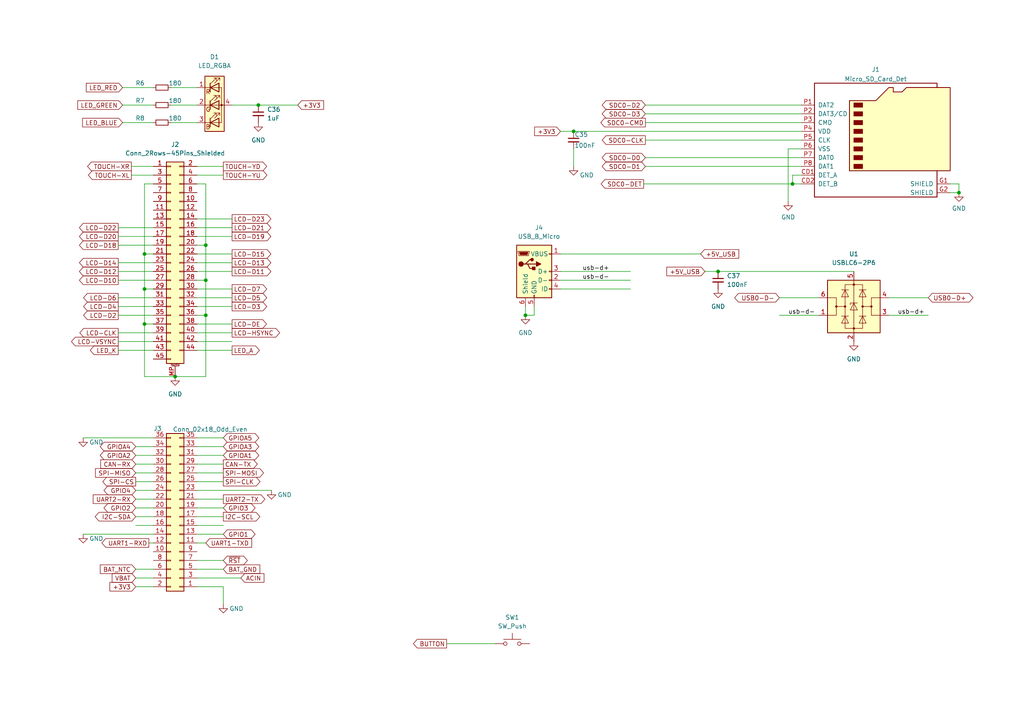
<source format=kicad_sch>
(kicad_sch (version 20220103) (generator eeschema)
  (paper "A4")
  (lib_symbols
    (symbol "Connector:USB_B_Micro" (pin_names (offset 1.016))
      (property "Reference" "J" (at -5.08 11.43 0))
      (property "Value" "USB_B_Micro" (at -5.08 8.89 0))
      (symbol "USB_B_Micro_0_1"
        (rectangle (start -5.08 -7.62) (end 5.08 7.62) (stroke (width 0.254)) (fill (type background)))
        (circle (center -3.81 2.159) (radius 0.635) (stroke (width 0.254)) (fill (type outline)))
        (circle (center -0.635 3.429) (radius 0.381) (stroke (width 0.254)) (fill (type outline)))
        (rectangle (start -0.127 -7.62) (end 0.127 -6.858))
        (polyline (pts (xy -1.905 2.159) (xy 0.635 2.159)) (stroke (width 0.254)))
        (polyline (pts (xy -3.175 2.159) (xy -2.54 2.159) (xy -1.27 3.429) (xy -0.635 3.429)) (stroke (width 0.254)))
        (polyline (pts (xy -2.54 2.159) (xy -1.905 2.159) (xy -1.27 0.889) (xy 0 0.889)) (stroke (width 0.254)))
        (polyline (pts (xy 0.635 2.794) (xy 0.635 1.524) (xy 1.905 2.159) (xy 0.635 2.794)) (stroke (width 0.254)) (fill (type outline)))
        (polyline (pts (xy -4.318 5.588) (xy -1.778 5.588) (xy -2.032 4.826) (xy -4.064 4.826) (xy -4.318 5.588)) (fill (type outline)))
        (polyline (pts (xy -4.699 5.842) (xy -4.699 5.588) (xy -4.445 4.826) (xy -4.445 4.572) (xy -1.651 4.572) (xy -1.651 4.826) (xy -1.397 5.588) (xy -1.397 5.842) (xy -4.699 5.842)))
        (rectangle (start 0.254 1.27) (end -0.508 0.508) (stroke (width 0.254)) (fill (type outline)))
        (rectangle (start 5.08 -5.207) (end 4.318 -4.953))
        (rectangle (start 5.08 -2.667) (end 4.318 -2.413))
        (rectangle (start 5.08 -0.127) (end 4.318 0.127))
        (rectangle (start 5.08 4.953) (end 4.318 5.207))
      )
      (symbol "USB_B_Micro_1_1"
        (pin power_out line (at 7.62 5.08 180) (length 2.54) (name "VBUS") (number "1"))
        (pin bidirectional line (at 7.62 -2.54 180) (length 2.54) (name "D-") (number "2"))
        (pin bidirectional line (at 7.62 0 180) (length 2.54) (name "D+") (number "3"))
        (pin passive line (at 7.62 -5.08 180) (length 2.54) (name "ID") (number "4"))
        (pin power_out line (at 0 -10.16 90) (length 2.54) (name "GND") (number "5"))
        (pin passive line (at -2.54 -10.16 90) (length 2.54) (name "Shield") (number "6"))
      )
    )
    (symbol "Connector_Generic:Conn_02x18_Odd_Even" (pin_names (offset 1.016) hide)
      (property "Reference" "J" (at 1.27 22.86 0))
      (property "Value" "Conn_02x18_Odd_Even" (at 1.27 -25.4 0))
      (symbol "Conn_02x18_Odd_Even_1_1"
        (rectangle (start -1.27 -22.733) (end 0 -22.987) (stroke (width 0.1524)))
        (rectangle (start -1.27 -20.193) (end 0 -20.447) (stroke (width 0.1524)))
        (rectangle (start -1.27 -17.653) (end 0 -17.907) (stroke (width 0.1524)))
        (rectangle (start -1.27 -15.113) (end 0 -15.367) (stroke (width 0.1524)))
        (rectangle (start -1.27 -12.573) (end 0 -12.827) (stroke (width 0.1524)))
        (rectangle (start -1.27 -10.033) (end 0 -10.287) (stroke (width 0.1524)))
        (rectangle (start -1.27 -7.493) (end 0 -7.747) (stroke (width 0.1524)))
        (rectangle (start -1.27 -4.953) (end 0 -5.207) (stroke (width 0.1524)))
        (rectangle (start -1.27 -2.413) (end 0 -2.667) (stroke (width 0.1524)))
        (rectangle (start -1.27 0.127) (end 0 -0.127) (stroke (width 0.1524)))
        (rectangle (start -1.27 2.667) (end 0 2.413) (stroke (width 0.1524)))
        (rectangle (start -1.27 5.207) (end 0 4.953) (stroke (width 0.1524)))
        (rectangle (start -1.27 7.747) (end 0 7.493) (stroke (width 0.1524)))
        (rectangle (start -1.27 10.287) (end 0 10.033) (stroke (width 0.1524)))
        (rectangle (start -1.27 12.827) (end 0 12.573) (stroke (width 0.1524)))
        (rectangle (start -1.27 15.367) (end 0 15.113) (stroke (width 0.1524)))
        (rectangle (start -1.27 17.907) (end 0 17.653) (stroke (width 0.1524)))
        (rectangle (start -1.27 20.447) (end 0 20.193) (stroke (width 0.1524)))
        (rectangle (start -1.27 21.59) (end 3.81 -24.13) (stroke (width 0.254)) (fill (type background)))
        (rectangle (start 3.81 -22.733) (end 2.54 -22.987) (stroke (width 0.1524)))
        (rectangle (start 3.81 -20.193) (end 2.54 -20.447) (stroke (width 0.1524)))
        (rectangle (start 3.81 -17.653) (end 2.54 -17.907) (stroke (width 0.1524)))
        (rectangle (start 3.81 -15.113) (end 2.54 -15.367) (stroke (width 0.1524)))
        (rectangle (start 3.81 -12.573) (end 2.54 -12.827) (stroke (width 0.1524)))
        (rectangle (start 3.81 -10.033) (end 2.54 -10.287) (stroke (width 0.1524)))
        (rectangle (start 3.81 -7.493) (end 2.54 -7.747) (stroke (width 0.1524)))
        (rectangle (start 3.81 -4.953) (end 2.54 -5.207) (stroke (width 0.1524)))
        (rectangle (start 3.81 -2.413) (end 2.54 -2.667) (stroke (width 0.1524)))
        (rectangle (start 3.81 0.127) (end 2.54 -0.127) (stroke (width 0.1524)))
        (rectangle (start 3.81 2.667) (end 2.54 2.413) (stroke (width 0.1524)))
        (rectangle (start 3.81 5.207) (end 2.54 4.953) (stroke (width 0.1524)))
        (rectangle (start 3.81 7.747) (end 2.54 7.493) (stroke (width 0.1524)))
        (rectangle (start 3.81 10.287) (end 2.54 10.033) (stroke (width 0.1524)))
        (rectangle (start 3.81 12.827) (end 2.54 12.573) (stroke (width 0.1524)))
        (rectangle (start 3.81 15.367) (end 2.54 15.113) (stroke (width 0.1524)))
        (rectangle (start 3.81 17.907) (end 2.54 17.653) (stroke (width 0.1524)))
        (rectangle (start 3.81 20.447) (end 2.54 20.193) (stroke (width 0.1524)))
        (pin passive line (at -5.08 20.32 0) (length 3.81) (name "Pin_1") (number "1"))
        (pin passive line (at 7.62 10.16 180) (length 3.81) (name "Pin_10") (number "10"))
        (pin passive line (at -5.08 7.62 0) (length 3.81) (name "Pin_11") (number "11"))
        (pin passive line (at 7.62 7.62 180) (length 3.81) (name "Pin_12") (number "12"))
        (pin passive line (at -5.08 5.08 0) (length 3.81) (name "Pin_13") (number "13"))
        (pin passive line (at 7.62 5.08 180) (length 3.81) (name "Pin_14") (number "14"))
        (pin passive line (at -5.08 2.54 0) (length 3.81) (name "Pin_15") (number "15"))
        (pin passive line (at 7.62 2.54 180) (length 3.81) (name "Pin_16") (number "16"))
        (pin passive line (at -5.08 0 0) (length 3.81) (name "Pin_17") (number "17"))
        (pin passive line (at 7.62 0 180) (length 3.81) (name "Pin_18") (number "18"))
        (pin passive line (at -5.08 -2.54 0) (length 3.81) (name "Pin_19") (number "19"))
        (pin passive line (at 7.62 20.32 180) (length 3.81) (name "Pin_2") (number "2"))
        (pin passive line (at 7.62 -2.54 180) (length 3.81) (name "Pin_20") (number "20"))
        (pin passive line (at -5.08 -5.08 0) (length 3.81) (name "Pin_21") (number "21"))
        (pin passive line (at 7.62 -5.08 180) (length 3.81) (name "Pin_22") (number "22"))
        (pin passive line (at -5.08 -7.62 0) (length 3.81) (name "Pin_23") (number "23"))
        (pin passive line (at 7.62 -7.62 180) (length 3.81) (name "Pin_24") (number "24"))
        (pin passive line (at -5.08 -10.16 0) (length 3.81) (name "Pin_25") (number "25"))
        (pin passive line (at 7.62 -10.16 180) (length 3.81) (name "Pin_26") (number "26"))
        (pin passive line (at -5.08 -12.7 0) (length 3.81) (name "Pin_27") (number "27"))
        (pin passive line (at 7.62 -12.7 180) (length 3.81) (name "Pin_28") (number "28"))
        (pin passive line (at -5.08 -15.24 0) (length 3.81) (name "Pin_29") (number "29"))
        (pin passive line (at -5.08 17.78 0) (length 3.81) (name "Pin_3") (number "3"))
        (pin passive line (at 7.62 -15.24 180) (length 3.81) (name "Pin_30") (number "30"))
        (pin passive line (at -5.08 -17.78 0) (length 3.81) (name "Pin_31") (number "31"))
        (pin passive line (at 7.62 -17.78 180) (length 3.81) (name "Pin_32") (number "32"))
        (pin passive line (at -5.08 -20.32 0) (length 3.81) (name "Pin_33") (number "33"))
        (pin passive line (at 7.62 -20.32 180) (length 3.81) (name "Pin_34") (number "34"))
        (pin passive line (at -5.08 -22.86 0) (length 3.81) (name "Pin_35") (number "35"))
        (pin passive line (at 7.62 -22.86 180) (length 3.81) (name "Pin_36") (number "36"))
        (pin passive line (at 7.62 17.78 180) (length 3.81) (name "Pin_4") (number "4"))
        (pin passive line (at -5.08 15.24 0) (length 3.81) (name "Pin_5") (number "5"))
        (pin passive line (at 7.62 15.24 180) (length 3.81) (name "Pin_6") (number "6"))
        (pin passive line (at -5.08 12.7 0) (length 3.81) (name "Pin_7") (number "7"))
        (pin passive line (at 7.62 12.7 180) (length 3.81) (name "Pin_8") (number "8"))
        (pin passive line (at -5.08 10.16 0) (length 3.81) (name "Pin_9") (number "9"))
      )
    )
    (symbol "Connector_Generic_MountingPin:Conn_2Rows-45Pins_MountingPin" (pin_names (offset 1.016) hide)
      (property "Reference" "J" (at 1.27 30.48 0))
      (property "Value" "Conn_2Rows-45Pins_MountingPin" (at 2.54 -30.48 0))
      (symbol "Conn_2Rows-45Pins_MountingPin_1_1"
        (rectangle (start -1.27 -27.813) (end 0 -28.067) (stroke (width 0.1524)))
        (rectangle (start -1.27 -25.273) (end 0 -25.527) (stroke (width 0.1524)))
        (rectangle (start -1.27 -22.733) (end 0 -22.987) (stroke (width 0.1524)))
        (rectangle (start -1.27 -20.193) (end 0 -20.447) (stroke (width 0.1524)))
        (rectangle (start -1.27 -17.653) (end 0 -17.907) (stroke (width 0.1524)))
        (rectangle (start -1.27 -15.113) (end 0 -15.367) (stroke (width 0.1524)))
        (rectangle (start -1.27 -12.573) (end 0 -12.827) (stroke (width 0.1524)))
        (rectangle (start -1.27 -10.033) (end 0 -10.287) (stroke (width 0.1524)))
        (rectangle (start -1.27 -7.493) (end 0 -7.747) (stroke (width 0.1524)))
        (rectangle (start -1.27 -4.953) (end 0 -5.207) (stroke (width 0.1524)))
        (rectangle (start -1.27 -2.413) (end 0 -2.667) (stroke (width 0.1524)))
        (rectangle (start -1.27 0.127) (end 0 -0.127) (stroke (width 0.1524)))
        (rectangle (start -1.27 2.667) (end 0 2.413) (stroke (width 0.1524)))
        (rectangle (start -1.27 5.207) (end 0 4.953) (stroke (width 0.1524)))
        (rectangle (start -1.27 7.747) (end 0 7.493) (stroke (width 0.1524)))
        (rectangle (start -1.27 10.287) (end 0 10.033) (stroke (width 0.1524)))
        (rectangle (start -1.27 12.827) (end 0 12.573) (stroke (width 0.1524)))
        (rectangle (start -1.27 15.367) (end 0 15.113) (stroke (width 0.1524)))
        (rectangle (start -1.27 17.907) (end 0 17.653) (stroke (width 0.1524)))
        (rectangle (start -1.27 20.447) (end 0 20.193) (stroke (width 0.1524)))
        (rectangle (start -1.27 22.987) (end 0 22.733) (stroke (width 0.1524)))
        (rectangle (start -1.27 25.527) (end 0 25.273) (stroke (width 0.1524)))
        (rectangle (start -1.27 28.067) (end 0 27.813) (stroke (width 0.1524)))
        (rectangle (start -1.27 29.21) (end 3.81 -29.21) (stroke (width 0.254)) (fill (type background)))
        (polyline (pts (xy 0.254 -29.972) (xy 2.286 -29.972)) (stroke (width 0.1524)))
        (rectangle (start 3.81 -25.273) (end 2.54 -25.527) (stroke (width 0.1524)))
        (rectangle (start 3.81 -22.733) (end 2.54 -22.987) (stroke (width 0.1524)))
        (rectangle (start 3.81 -20.193) (end 2.54 -20.447) (stroke (width 0.1524)))
        (rectangle (start 3.81 -17.653) (end 2.54 -17.907) (stroke (width 0.1524)))
        (rectangle (start 3.81 -15.113) (end 2.54 -15.367) (stroke (width 0.1524)))
        (rectangle (start 3.81 -12.573) (end 2.54 -12.827) (stroke (width 0.1524)))
        (rectangle (start 3.81 -10.033) (end 2.54 -10.287) (stroke (width 0.1524)))
        (rectangle (start 3.81 -7.493) (end 2.54 -7.747) (stroke (width 0.1524)))
        (rectangle (start 3.81 -4.953) (end 2.54 -5.207) (stroke (width 0.1524)))
        (rectangle (start 3.81 -2.413) (end 2.54 -2.667) (stroke (width 0.1524)))
        (rectangle (start 3.81 0.127) (end 2.54 -0.127) (stroke (width 0.1524)))
        (rectangle (start 3.81 2.667) (end 2.54 2.413) (stroke (width 0.1524)))
        (rectangle (start 3.81 5.207) (end 2.54 4.953) (stroke (width 0.1524)))
        (rectangle (start 3.81 7.747) (end 2.54 7.493) (stroke (width 0.1524)))
        (rectangle (start 3.81 10.287) (end 2.54 10.033) (stroke (width 0.1524)))
        (rectangle (start 3.81 12.827) (end 2.54 12.573) (stroke (width 0.1524)))
        (rectangle (start 3.81 15.367) (end 2.54 15.113) (stroke (width 0.1524)))
        (rectangle (start 3.81 17.907) (end 2.54 17.653) (stroke (width 0.1524)))
        (rectangle (start 3.81 20.447) (end 2.54 20.193) (stroke (width 0.1524)))
        (rectangle (start 3.81 22.987) (end 2.54 22.733) (stroke (width 0.1524)))
        (rectangle (start 3.81 25.527) (end 2.54 25.273) (stroke (width 0.1524)))
        (rectangle (start 3.81 28.067) (end 2.54 27.813) (stroke (width 0.1524)))
        (text "Mounting" (at 1.27 -29.591 0) (effects (font (size 0.381 0.381))))
        (pin passive line (at -5.08 27.94 0) (length 3.81) (name "Pin_1") (number "1"))
        (pin passive line (at 7.62 17.78 180) (length 3.81) (name "Pin_10") (number "10"))
        (pin passive line (at -5.08 15.24 0) (length 3.81) (name "Pin_11") (number "11"))
        (pin passive line (at 7.62 15.24 180) (length 3.81) (name "Pin_12") (number "12"))
        (pin passive line (at -5.08 12.7 0) (length 3.81) (name "Pin_13") (number "13"))
        (pin passive line (at 7.62 12.7 180) (length 3.81) (name "Pin_14") (number "14"))
        (pin passive line (at -5.08 10.16 0) (length 3.81) (name "Pin_15") (number "15"))
        (pin passive line (at 7.62 10.16 180) (length 3.81) (name "Pin_16") (number "16"))
        (pin passive line (at -5.08 7.62 0) (length 3.81) (name "Pin_17") (number "17"))
        (pin passive line (at 7.62 7.62 180) (length 3.81) (name "Pin_18") (number "18"))
        (pin passive line (at -5.08 5.08 0) (length 3.81) (name "Pin_19") (number "19"))
        (pin passive line (at 7.62 27.94 180) (length 3.81) (name "Pin_2") (number "2"))
        (pin passive line (at 7.62 5.08 180) (length 3.81) (name "Pin_20") (number "20"))
        (pin passive line (at -5.08 2.54 0) (length 3.81) (name "Pin_21") (number "21"))
        (pin passive line (at 7.62 2.54 180) (length 3.81) (name "Pin_22") (number "22"))
        (pin passive line (at -5.08 0 0) (length 3.81) (name "Pin_23") (number "23"))
        (pin passive line (at 7.62 0 180) (length 3.81) (name "Pin_24") (number "24"))
        (pin passive line (at -5.08 -2.54 0) (length 3.81) (name "Pin_25") (number "25"))
        (pin passive line (at 7.62 -2.54 180) (length 3.81) (name "Pin_26") (number "26"))
        (pin passive line (at -5.08 -5.08 0) (length 3.81) (name "Pin_27") (number "27"))
        (pin passive line (at 7.62 -5.08 180) (length 3.81) (name "Pin_28") (number "28"))
        (pin passive line (at -5.08 -7.62 0) (length 3.81) (name "Pin_29") (number "29"))
        (pin passive line (at -5.08 25.4 0) (length 3.81) (name "Pin_3") (number "3"))
        (pin passive line (at 7.62 -7.62 180) (length 3.81) (name "Pin_30") (number "30"))
        (pin passive line (at -5.08 -10.16 0) (length 3.81) (name "Pin_31") (number "31"))
        (pin passive line (at 7.62 -10.16 180) (length 3.81) (name "Pin_32") (number "32"))
        (pin passive line (at -5.08 -12.7 0) (length 3.81) (name "Pin_33") (number "33"))
        (pin passive line (at 7.62 -12.7 180) (length 3.81) (name "Pin_34") (number "34"))
        (pin passive line (at -5.08 -15.24 0) (length 3.81) (name "Pin_35") (number "35"))
        (pin passive line (at 7.62 -15.24 180) (length 3.81) (name "Pin_36") (number "36"))
        (pin passive line (at -5.08 -17.78 0) (length 3.81) (name "Pin_37") (number "37"))
        (pin passive line (at 7.62 -17.78 180) (length 3.81) (name "Pin_38") (number "38"))
        (pin passive line (at -5.08 -20.32 0) (length 3.81) (name "Pin_39") (number "39"))
        (pin passive line (at 7.62 25.4 180) (length 3.81) (name "Pin_4") (number "4"))
        (pin passive line (at 7.62 -20.32 180) (length 3.81) (name "Pin_40") (number "40"))
        (pin passive line (at -5.08 -22.86 0) (length 3.81) (name "Pin_41") (number "41"))
        (pin passive line (at 7.62 -22.86 180) (length 3.81) (name "Pin_42") (number "42"))
        (pin passive line (at -5.08 -25.4 0) (length 3.81) (name "Pin_43") (number "43"))
        (pin passive line (at 7.62 -25.4 180) (length 3.81) (name "Pin_44") (number "44"))
        (pin passive line (at -5.08 -27.94 0) (length 3.81) (name "Pin_45") (number "45"))
        (pin passive line (at -5.08 22.86 0) (length 3.81) (name "Pin_5") (number "5"))
        (pin passive line (at 7.62 22.86 180) (length 3.81) (name "Pin_6") (number "6"))
        (pin passive line (at -5.08 20.32 0) (length 3.81) (name "Pin_7") (number "7"))
        (pin passive line (at 7.62 20.32 180) (length 3.81) (name "Pin_8") (number "8"))
        (pin passive line (at -5.08 17.78 0) (length 3.81) (name "Pin_9") (number "9"))
        (pin passive line (at 1.27 -33.02 90) (length 3.048) (name "MountPin") (number "MP"))
      )
    )
    (symbol "Device:C_Small" (pin_numbers hide) (pin_names (offset 0.254) hide)
      (property "Reference" "C" (at 0.254 1.778 0))
      (property "Value" "C_Small" (at 0.254 -2.032 0))
      (symbol "C_Small_0_1"
        (polyline (pts (xy -1.524 -0.508) (xy 1.524 -0.508)) (stroke (width 0.3302)))
        (polyline (pts (xy -1.524 0.508) (xy 1.524 0.508)) (stroke (width 0.3048)))
      )
      (symbol "C_Small_1_1"
        (pin passive line (at 0 2.54 270) (length 2.032) (name "~") (number "1"))
        (pin passive line (at 0 -2.54 90) (length 2.032) (name "~") (number "2"))
      )
    )
    (symbol "Device:LED_RGBA" (pin_names (offset 0) hide)
      (property "Reference" "D" (at 0 9.398 0))
      (property "Value" "LED_RGBA" (at 0 -8.89 0))
      (symbol "LED_RGBA_0_0"
        (text "B" (at -1.905 -6.35 0) (effects (font (size 1.27 1.27))))
        (text "G" (at -1.905 -1.27 0) (effects (font (size 1.27 1.27))))
        (text "R" (at -1.905 3.81 0) (effects (font (size 1.27 1.27))))
      )
      (symbol "LED_RGBA_0_1"
        (polyline (pts (xy -1.27 -5.08) (xy -2.54 -5.08)))
        (polyline (pts (xy -1.27 -5.08) (xy 1.27 -5.08)))
        (polyline (pts (xy -1.27 -3.81) (xy -1.27 -6.35)) (stroke (width 0.254)))
        (polyline (pts (xy -1.27 0) (xy -2.54 0)))
        (polyline (pts (xy -1.27 1.27) (xy -1.27 -1.27)) (stroke (width 0.254)))
        (polyline (pts (xy -1.27 5.08) (xy -2.54 5.08)))
        (polyline (pts (xy -1.27 5.08) (xy 1.27 5.08)))
        (polyline (pts (xy -1.27 6.35) (xy -1.27 3.81)) (stroke (width 0.254)))
        (polyline (pts (xy 1.27 0) (xy -1.27 0)))
        (polyline (pts (xy 1.27 0) (xy 2.54 0)))
        (polyline (pts (xy -1.27 1.27) (xy -1.27 -1.27) (xy -1.27 -1.27)))
        (polyline (pts (xy -1.27 6.35) (xy -1.27 3.81) (xy -1.27 3.81)))
        (polyline (pts (xy 1.27 -5.08) (xy 2.032 -5.08) (xy 2.032 5.08) (xy 1.27 5.08)))
        (polyline (pts (xy 1.27 -3.81) (xy 1.27 -6.35) (xy -1.27 -5.08) (xy 1.27 -3.81)) (stroke (width 0.254)))
        (polyline (pts (xy 1.27 1.27) (xy 1.27 -1.27) (xy -1.27 0) (xy 1.27 1.27)) (stroke (width 0.254)))
        (polyline (pts (xy 1.27 6.35) (xy 1.27 3.81) (xy -1.27 5.08) (xy 1.27 6.35)) (stroke (width 0.254)))
        (polyline (pts (xy -1.016 -3.81) (xy 0.508 -2.286) (xy -0.254 -2.286) (xy 0.508 -2.286) (xy 0.508 -3.048)))
        (polyline (pts (xy -1.016 1.27) (xy 0.508 2.794) (xy -0.254 2.794) (xy 0.508 2.794) (xy 0.508 2.032)))
        (polyline (pts (xy -1.016 6.35) (xy 0.508 7.874) (xy -0.254 7.874) (xy 0.508 7.874) (xy 0.508 7.112)))
        (polyline (pts (xy 0 -3.81) (xy 1.524 -2.286) (xy 0.762 -2.286) (xy 1.524 -2.286) (xy 1.524 -3.048)))
        (polyline (pts (xy 0 1.27) (xy 1.524 2.794) (xy 0.762 2.794) (xy 1.524 2.794) (xy 1.524 2.032)))
        (polyline (pts (xy 0 6.35) (xy 1.524 7.874) (xy 0.762 7.874) (xy 1.524 7.874) (xy 1.524 7.112)))
        (rectangle (start 1.27 -1.27) (end 1.27 1.27))
        (rectangle (start 1.27 1.27) (end 1.27 1.27))
        (rectangle (start 1.27 3.81) (end 1.27 6.35))
        (rectangle (start 1.27 6.35) (end 1.27 6.35))
        (circle (center 2.032 0) (radius 0.254) (fill (type outline)))
        (rectangle (start 2.794 8.382) (end -2.794 -7.62) (stroke (width 0.254)) (fill (type background)))
      )
      (symbol "LED_RGBA_1_1"
        (pin passive line (at -5.08 5.08 0) (length 2.54) (name "RK") (number "1"))
        (pin passive line (at -5.08 0 0) (length 2.54) (name "GK") (number "2"))
        (pin passive line (at -5.08 -5.08 0) (length 2.54) (name "BK") (number "3"))
        (pin passive line (at 5.08 0 180) (length 2.54) (name "A") (number "4"))
      )
    )
    (symbol "Device:R_Small" (pin_numbers hide) (pin_names (offset 0.254) hide)
      (property "Reference" "R" (at 0.762 0.508 0))
      (property "Value" "R_Small" (at 0.762 -1.016 0))
      (symbol "R_Small_0_1"
        (rectangle (start -0.762 1.778) (end 0.762 -1.778) (stroke (width 0.2032)))
      )
      (symbol "R_Small_1_1"
        (pin passive line (at 0 2.54 270) (length 0.762) (name "~") (number "1"))
        (pin passive line (at 0 -2.54 90) (length 0.762) (name "~") (number "2"))
      )
    )
    (symbol "Power_Protection:USBLC6-2P6" (pin_names hide)
      (property "Reference" "U" (at 2.54 8.89 0))
      (property "Value" "USBLC6-2P6" (at 2.54 -8.89 0))
      (symbol "USBLC6-2P6_0_1"
        (rectangle (start -7.62 -7.62) (end 7.62 7.62) (stroke (width 0.254)) (fill (type background)))
        (circle (center -5.08 0) (radius 0.254) (fill (type outline)))
        (circle (center -2.54 0) (radius 0.254) (fill (type outline)))
        (rectangle (start -2.54 6.35) (end 2.54 -6.35))
        (circle (center 0 -6.35) (radius 0.254) (fill (type outline)))
        (polyline (pts (xy -5.08 -2.54) (xy -7.62 -2.54)))
        (polyline (pts (xy -5.08 0) (xy -5.08 -2.54)))
        (polyline (pts (xy -5.08 2.54) (xy -7.62 2.54)))
        (polyline (pts (xy -1.524 -2.794) (xy -3.556 -2.794)))
        (polyline (pts (xy -1.524 4.826) (xy -3.556 4.826)))
        (polyline (pts (xy 0 -7.62) (xy 0 -6.35)))
        (polyline (pts (xy 0 -6.35) (xy 0 1.27)))
        (polyline (pts (xy 0 1.27) (xy 0 6.35)))
        (polyline (pts (xy 0 6.35) (xy 0 7.62)))
        (polyline (pts (xy 1.524 -2.794) (xy 3.556 -2.794)))
        (polyline (pts (xy 1.524 4.826) (xy 3.556 4.826)))
        (polyline (pts (xy 5.08 -2.54) (xy 7.62 -2.54)))
        (polyline (pts (xy 5.08 0) (xy 5.08 -2.54)))
        (polyline (pts (xy 5.08 2.54) (xy 7.62 2.54)))
        (polyline (pts (xy -2.54 0) (xy -5.08 0) (xy -5.08 2.54)))
        (polyline (pts (xy 2.54 0) (xy 5.08 0) (xy 5.08 2.54)))
        (polyline (pts (xy -3.556 -4.826) (xy -1.524 -4.826) (xy -2.54 -2.794) (xy -3.556 -4.826)))
        (polyline (pts (xy -3.556 2.794) (xy -1.524 2.794) (xy -2.54 4.826) (xy -3.556 2.794)))
        (polyline (pts (xy -1.016 -1.016) (xy 1.016 -1.016) (xy 0 1.016) (xy -1.016 -1.016)))
        (polyline (pts (xy 1.016 1.016) (xy 0.762 1.016) (xy -1.016 1.016) (xy -1.016 0.508)))
        (polyline (pts (xy 3.556 -4.826) (xy 1.524 -4.826) (xy 2.54 -2.794) (xy 3.556 -4.826)))
        (polyline (pts (xy 3.556 2.794) (xy 1.524 2.794) (xy 2.54 4.826) (xy 3.556 2.794)))
        (circle (center 0 6.35) (radius 0.254) (fill (type outline)))
        (circle (center 2.54 0) (radius 0.254) (fill (type outline)))
        (circle (center 5.08 0) (radius 0.254) (fill (type outline)))
      )
      (symbol "USBLC6-2P6_1_1"
        (pin passive line (at -10.16 -2.54 0) (length 2.54) (name "I/O1") (number "1"))
        (pin passive line (at 0 -10.16 90) (length 2.54) (name "GND") (number "2"))
        (pin passive line (at 10.16 -2.54 180) (length 2.54) (name "I/O2") (number "3"))
        (pin passive line (at 10.16 2.54 180) (length 2.54) (name "I/O2") (number "4"))
        (pin passive line (at 0 10.16 270) (length 2.54) (name "VBUS") (number "5"))
        (pin passive line (at -10.16 2.54 0) (length 2.54) (name "I/O1") (number "6"))
      )
    )
    (symbol "Switch:SW_Push" (pin_numbers hide) (pin_names (offset 1.016) hide)
      (property "Reference" "SW" (at 1.27 2.54 0))
      (property "Value" "SW_Push" (at 0 -1.524 0))
      (symbol "SW_Push_0_1"
        (circle (center -2.032 0) (radius 0.508))
        (polyline (pts (xy 0 1.27) (xy 0 3.048)))
        (polyline (pts (xy 2.54 1.27) (xy -2.54 1.27)))
        (circle (center 2.032 0) (radius 0.508))
        (pin passive line (at -5.08 0 0) (length 2.54) (name "1") (number "1"))
        (pin passive line (at 5.08 0 180) (length 2.54) (name "2") (number "2"))
      )
    )
    (symbol "gct:Micro_SD_Card_Det" (pin_names (offset 1.016))
      (property "Reference" "J" (at -16.51 17.78 0))
      (property "Value" "Micro_SD_Card_Det" (at 16.51 17.78 0))
      (symbol "Micro_SD_Card_Det_0_1"
        (rectangle (start -7.62 -6.985) (end -5.08 -8.255) (fill (type outline)))
        (rectangle (start -7.62 -4.445) (end -5.08 -5.715) (fill (type outline)))
        (rectangle (start -7.62 -1.905) (end -5.08 -3.175) (fill (type outline)))
        (rectangle (start -7.62 0.635) (end -5.08 -0.635) (fill (type outline)))
        (rectangle (start -7.62 3.175) (end -5.08 1.905) (fill (type outline)))
        (rectangle (start -7.62 5.715) (end -5.08 4.445) (fill (type outline)))
        (rectangle (start -7.62 8.255) (end -5.08 6.985) (fill (type outline)))
        (rectangle (start -7.62 10.795) (end -5.08 9.525) (fill (type outline)))
        (polyline (pts (xy 16.51 15.24) (xy 16.51 16.51) (xy -19.05 16.51) (xy -19.05 -16.51) (xy 16.51 -16.51) (xy 16.51 -8.89)) (stroke (width 0.254)))
        (polyline (pts (xy -8.89 -8.89) (xy -8.89 11.43) (xy -1.27 11.43) (xy 2.54 15.24) (xy 3.81 15.24) (xy 3.81 13.97) (xy 6.35 13.97) (xy 7.62 15.24) (xy 20.32 15.24) (xy 20.32 -8.89) (xy -8.89 -8.89)) (stroke (width 0.254)) (fill (type background)))
      )
      (symbol "Micro_SD_Card_Det_1_1"
        (pin passive line (at -22.86 -10.16 0) (length 3.81) (name "DET_A") (number "CD1"))
        (pin passive line (at -22.86 -12.7 0) (length 3.81) (name "DET_B") (number "CD2"))
        (pin passive line (at 20.32 -12.7 180) (length 3.81) (name "SHIELD") (number "G1"))
        (pin passive line (at 20.32 -15.24 180) (length 3.81) (name "SHIELD") (number "G2"))
        (pin bidirectional line (at -22.86 10.16 0) (length 3.81) (name "DAT2") (number "P1"))
        (pin bidirectional line (at -22.86 7.62 0) (length 3.81) (name "DAT3/CD") (number "P2"))
        (pin input line (at -22.86 5.08 0) (length 3.81) (name "CMD") (number "P3"))
        (pin power_in line (at -22.86 2.54 0) (length 3.81) (name "VDD") (number "P4"))
        (pin input line (at -22.86 0 0) (length 3.81) (name "CLK") (number "P5"))
        (pin power_in line (at -22.86 -2.54 0) (length 3.81) (name "VSS") (number "P6"))
        (pin bidirectional line (at -22.86 -5.08 0) (length 3.81) (name "DAT0") (number "P7"))
        (pin bidirectional line (at -22.86 -7.62 0) (length 3.81) (name "DAT1") (number "P8"))
      )
    )
    (symbol "power:GND" (power) (pin_names (offset 0))
      (property "Value" "GND" (at 0 -3.81 0))
      (symbol "GND_0_1"
        (polyline (pts (xy 0 0) (xy 0 -1.27) (xy 1.27 -1.27) (xy 0 -2.54) (xy -1.27 -1.27) (xy 0 -1.27)))
      )
      (symbol "GND_1_1"
        (pin power_in line (at 0 0 270) (length 0) hide (name "GND") (number "1"))
      )
    )
  )
  (junction (at 41.91 73.66))
  (junction (at 41.91 93.98))
  (junction (at 59.69 71.12))
  (junction (at 50.8 109.22))
  (junction (at 229.87 53.34) (diameter 0.9144))
  (junction (at 570.23 156.21))
  (junction (at 59.69 81.28))
  (junction (at 570.23 166.37))
  (junction (at 166.37 38.1) (diameter 0.9144))
  (junction (at 59.69 91.44))
  (junction (at 278.13 55.88) (diameter 0.9144))
  (junction (at 208.28 78.74))
  (junction (at 152.4 91.44))
  (junction (at 74.93 30.48))
  (junction (at 41.91 83.82))
  (wire (pts (xy 57.15 154.94) (xy 64.77 154.94)))
  (wire (pts (xy 39.37 137.16) (xy 44.45 137.16)))
  (wire (pts (xy 59.69 81.28) (xy 59.69 91.44)))
  (wire (pts (xy 34.29 101.6) (xy 44.45 101.6)))
  (wire (pts (xy 67.31 30.48) (xy 74.93 30.48)))
  (wire (pts (xy 186.69 53.34) (xy 229.87 53.34)))
  (wire (pts (xy 57.15 101.6) (xy 67.31 101.6)))
  (wire (pts (xy 39.37 142.24) (xy 44.45 142.24)))
  (wire (pts (xy 204.47 78.74) (xy 208.28 78.74)))
  (wire (pts (xy 39.37 144.78) (xy 44.45 144.78)))
  (wire (pts (xy 558.8 156.21) (xy 570.23 156.21)))
  (wire (pts (xy 34.29 71.12) (xy 44.45 71.12)))
  (wire (pts (xy 166.37 38.1) (xy 232.41 38.1)))
  (wire (pts (xy 57.15 144.78) (xy 64.77 144.78)))
  (wire (pts (xy 57.15 139.7) (xy 64.77 139.7)))
  (wire (pts (xy 34.29 88.9) (xy 44.45 88.9)))
  (wire (pts (xy 44.45 53.34) (xy 41.91 53.34)))
  (wire (pts (xy 34.29 66.04) (xy 44.45 66.04)))
  (wire (pts (xy 232.41 50.8) (xy 229.87 50.8)))
  (wire (pts (xy 57.15 129.54) (xy 64.77 129.54)))
  (wire (pts (xy 154.94 88.9) (xy 154.94 91.44)))
  (wire (pts (xy 57.15 53.34) (xy 59.69 53.34)))
  (wire (pts (xy 187.198 45.72) (xy 232.41 45.72)))
  (wire (pts (xy 34.29 96.52) (xy 44.45 96.52)))
  (wire (pts (xy 41.91 73.66) (xy 41.91 83.82)))
  (wire (pts (xy 57.15 88.9) (xy 67.31 88.9)))
  (wire (pts (xy 57.15 71.12) (xy 59.69 71.12)))
  (wire (pts (xy 166.37 48.26) (xy 166.37 43.18)))
  (wire (pts (xy 35.56 30.48) (xy 44.45 30.48)))
  (wire (pts (xy 57.15 165.1) (xy 64.77 165.1)))
  (wire (pts (xy 57.15 132.08) (xy 64.77 132.08)))
  (wire (pts (xy 57.15 86.36) (xy 67.31 86.36)))
  (wire (pts (xy 187.198 40.64) (xy 232.41 40.64)))
  (wire (pts (xy 57.15 137.16) (xy 64.77 137.16)))
  (wire (pts (xy 39.37 165.1) (xy 44.45 165.1)))
  (wire (pts (xy 257.81 86.36) (xy 269.24 86.36)))
  (wire (pts (xy 34.29 99.06) (xy 44.45 99.06)))
  (wire (pts (xy 278.13 53.34) (xy 278.13 55.88)))
  (wire (pts (xy 41.91 83.82) (xy 44.45 83.82)))
  (wire (pts (xy 162.56 73.66) (xy 203.2 73.66)))
  (wire (pts (xy 34.29 76.2) (xy 44.45 76.2)))
  (wire (pts (xy 59.69 109.22) (xy 50.8 109.22)))
  (wire (pts (xy 39.37 132.08) (xy 44.45 132.08)))
  (wire (pts (xy 187.198 48.26) (xy 232.41 48.26)))
  (wire (pts (xy 39.37 129.54) (xy 44.45 129.54)))
  (wire (pts (xy 278.13 55.88) (xy 275.59 55.88)))
  (wire (pts (xy 570.23 163.83) (xy 570.23 166.37)))
  (wire (pts (xy 229.87 50.8) (xy 229.87 53.34)))
  (wire (pts (xy 570.23 151.13) (xy 570.23 147.32)))
  (wire (pts (xy 558.8 166.37) (xy 570.23 166.37)))
  (wire (pts (xy 39.37 134.62) (xy 44.45 134.62)))
  (wire (pts (xy 49.53 30.48) (xy 57.15 30.48)))
  (wire (pts (xy 41.91 53.34) (xy 41.91 73.66)))
  (wire (pts (xy 38.1 50.8) (xy 44.45 50.8)))
  (wire (pts (xy 57.15 149.86) (xy 64.77 149.86)))
  (wire (pts (xy 57.15 162.56) (xy 64.77 162.56)))
  (wire (pts (xy 257.81 91.44) (xy 269.24 91.44)))
  (wire (pts (xy 41.91 83.82) (xy 41.91 93.98)))
  (wire (pts (xy 57.15 152.4) (xy 64.77 152.4)))
  (wire (pts (xy 57.15 142.24) (xy 78.74 142.24)))
  (wire (pts (xy 57.15 48.26) (xy 64.77 48.26)))
  (wire (pts (xy 39.37 170.18) (xy 44.45 170.18)))
  (wire (pts (xy 34.29 81.28) (xy 44.45 81.28)))
  (wire (pts (xy 24.13 154.94) (xy 44.45 154.94)))
  (wire (pts (xy 74.93 30.48) (xy 86.36 30.48)))
  (wire (pts (xy 39.37 167.64) (xy 44.45 167.64)))
  (wire (pts (xy 187.198 33.02) (xy 232.41 33.02)))
  (wire (pts (xy 41.91 73.66) (xy 44.45 73.66)))
  (wire (pts (xy 43.18 157.48) (xy 44.45 157.48)))
  (wire (pts (xy 162.56 78.74) (xy 182.88 78.74)))
  (wire (pts (xy 162.56 81.28) (xy 182.88 81.28)))
  (wire (pts (xy 57.15 96.52) (xy 67.31 96.52)))
  (wire (pts (xy 57.15 93.98) (xy 67.31 93.98)))
  (wire (pts (xy 57.15 170.18) (xy 64.77 170.18)))
  (wire (pts (xy 57.15 167.64) (xy 69.85 167.64)))
  (wire (pts (xy 34.29 78.74) (xy 44.45 78.74)))
  (wire (pts (xy 49.53 35.56) (xy 57.15 35.56)))
  (wire (pts (xy 34.29 86.36) (xy 44.45 86.36)))
  (wire (pts (xy 570.23 156.21) (xy 570.23 158.75)))
  (wire (pts (xy 57.15 83.82) (xy 67.31 83.82)))
  (wire (pts (xy 38.1 48.26) (xy 44.45 48.26)))
  (wire (pts (xy 57.15 63.5) (xy 67.31 63.5)))
  (wire (pts (xy 57.15 134.62) (xy 64.77 134.62)))
  (wire (pts (xy 57.15 76.2) (xy 67.31 76.2)))
  (wire (pts (xy 57.15 73.66) (xy 67.31 73.66)))
  (wire (pts (xy 64.77 170.18) (xy 64.77 175.26)))
  (wire (pts (xy 226.06 86.36) (xy 237.49 86.36)))
  (wire (pts (xy 24.13 127) (xy 44.45 127)))
  (wire (pts (xy 57.15 157.48) (xy 59.69 157.48)))
  (wire (pts (xy 39.37 139.7) (xy 44.45 139.7)))
  (wire (pts (xy 162.56 83.82) (xy 182.88 83.82)))
  (wire (pts (xy 41.91 93.98) (xy 41.91 109.22)))
  (wire (pts (xy 57.15 147.32) (xy 64.77 147.32)))
  (wire (pts (xy 208.28 78.74) (xy 247.65 78.74)))
  (wire (pts (xy 39.37 149.86) (xy 44.45 149.86)))
  (wire (pts (xy 57.15 81.28) (xy 59.69 81.28)))
  (wire (pts (xy 49.53 25.4) (xy 57.15 25.4)))
  (wire (pts (xy 556.26 147.32) (xy 570.23 147.32)))
  (wire (pts (xy 34.29 68.58) (xy 44.45 68.58)))
  (wire (pts (xy 39.37 147.32) (xy 44.45 147.32)))
  (wire (pts (xy 57.15 50.8) (xy 64.77 50.8)))
  (wire (pts (xy 226.06 91.44) (xy 237.49 91.44)))
  (wire (pts (xy 232.41 43.18) (xy 228.6 43.18)))
  (wire (pts (xy 59.69 71.12) (xy 59.69 81.28)))
  (wire (pts (xy 35.56 35.56) (xy 44.45 35.56)))
  (wire (pts (xy 57.15 68.58) (xy 67.31 68.58)))
  (wire (pts (xy 57.15 91.44) (xy 59.69 91.44)))
  (wire (pts (xy 34.29 91.44) (xy 44.45 91.44)))
  (wire (pts (xy 57.15 66.04) (xy 67.31 66.04)))
  (wire (pts (xy 152.4 88.9) (xy 152.4 91.44)))
  (wire (pts (xy 275.59 53.34) (xy 278.13 53.34)))
  (wire (pts (xy 57.15 78.74) (xy 67.31 78.74)))
  (wire (pts (xy 59.69 91.44) (xy 59.69 109.22)))
  (wire (pts (xy 59.69 53.34) (xy 59.69 71.12)))
  (wire (pts (xy 228.6 43.18) (xy 228.6 58.42)))
  (wire (pts (xy 129.54 186.69) (xy 143.51 186.69)))
  (wire (pts (xy 35.56 25.4) (xy 44.45 25.4)))
  (wire (pts (xy 162.56 38.1) (xy 166.37 38.1)))
  (wire (pts (xy 57.15 127) (xy 64.77 127)))
  (wire (pts (xy 152.4 91.44) (xy 154.94 91.44)))
  (wire (pts (xy 229.87 53.34) (xy 232.41 53.34)))
  (wire (pts (xy 187.198 30.48) (xy 232.41 30.48)))
  (wire (pts (xy 187.198 35.56) (xy 232.41 35.56)))
  (wire (pts (xy 41.91 109.22) (xy 50.8 109.22)))
  (wire (pts (xy 57.15 99.06) (xy 67.31 99.06)))
  (wire (pts (xy 39.37 152.4) (xy 44.45 152.4)))
  (wire (pts (xy 41.91 93.98) (xy 44.45 93.98)))
  (label "usb-d+" (at 168.91 78.74 0))
  (label "usb-d-" (at 168.91 81.28 0))
  (label "usb-d+" (at 260.35 91.44 0))
  (label "usb-d-" (at 228.6 91.44 0))
  (global_label "GPIO1" (shape bidirectional) (at 64.77 154.94 0) (property "Intersheet References" "${INTERSHEET_REFS}" (effects hide)))
  (global_label "LCD-D11" (shape output) (at 67.31 78.74 0) (property "Intersheet References" "${INTERSHEET_REFS}" (effects hide)))
  (global_label "CAN-TX" (shape output) (at 64.77 134.62 0) (property "Intersheet References" "${INTERSHEET_REFS}" (effects hide)))
  (global_label "GPIOA3" (shape bidirectional) (at 64.77 129.54 0) (property "Intersheet References" "${INTERSHEET_REFS}" (effects hide)))
  (global_label "TOUCH-YU" (shape output) (at 64.77 50.8 0) (property "Intersheet References" "${INTERSHEET_REFS}" (effects hide)))
  (global_label "BAT_NTC" (shape input) (at 39.37 165.1 180) (property "Intersheet References" "${INTERSHEET_REFS}" (effects hide)))
  (global_label "+5V_USB" (shape input) (at 203.2 73.66 0) (property "Intersheet References" "${INTERSHEET_REFS}" (effects hide)))
  (global_label "LCD-D13" (shape output) (at 67.31 76.2 0) (property "Intersheet References" "${INTERSHEET_REFS}" (effects hide)))
  (global_label "SPI-MISO" (shape input) (at 39.37 137.16 180) (property "Intersheet References" "${INTERSHEET_REFS}" (effects hide)))
  (global_label "GPIO4" (shape bidirectional) (at 39.37 142.24 180) (property "Intersheet References" "${INTERSHEET_REFS}" (effects hide)))
  (global_label "SDC0-DET" (shape output) (at 186.69 53.34 180) (property "Intersheet References" "${INTERSHEET_REFS}" (effects hide)))
  (global_label "LED_A" (shape output) (at 67.31 101.6 0) (property "Intersheet References" "${INTERSHEET_REFS}" (effects hide)))
  (global_label "LCD-D21" (shape output) (at 67.31 66.04 0) (property "Intersheet References" "${INTERSHEET_REFS}" (effects hide)))
  (global_label "+3V3" (shape input) (at 39.37 170.18 180) (property "Intersheet References" "${INTERSHEET_REFS}" (effects hide)))
  (global_label "GPIOA5" (shape bidirectional) (at 64.77 127 0) (property "Intersheet References" "${INTERSHEET_REFS}" (effects hide)))
  (global_label "I2C-SDA" (shape bidirectional) (at 39.37 149.86 180) (property "Intersheet References" "${INTERSHEET_REFS}" (effects hide)))
  (global_label "~{RST}" (shape bidirectional) (at 64.77 162.56 0) (property "Intersheet References" "${INTERSHEET_REFS}" (effects hide)))
  (global_label "LCD-D22" (shape output) (at 34.29 66.04 180) (property "Intersheet References" "${INTERSHEET_REFS}" (effects hide)))
  (global_label "LCD-VSYNC" (shape output) (at 34.29 99.06 180) (property "Intersheet References" "${INTERSHEET_REFS}" (effects hide)))
  (global_label "LCD-D18" (shape output) (at 34.29 71.12 180) (property "Intersheet References" "${INTERSHEET_REFS}" (effects hide)))
  (global_label "ACIN" (shape input) (at 69.85 167.64 0) (property "Intersheet References" "${INTERSHEET_REFS}" (effects hide)))
  (global_label "TOUCH-XR" (shape output) (at 38.1 48.26 180) (property "Intersheet References" "${INTERSHEET_REFS}" (effects hide)))
  (global_label "USB0-D-" (shape bidirectional) (at 226.06 86.36 180) (property "Intersheet References" "${INTERSHEET_REFS}" (effects hide)))
  (global_label "UART1-RXD" (shape output) (at 43.18 157.48 180) (property "Intersheet References" "${INTERSHEET_REFS}" (effects hide)))
  (global_label "LED_GREEN" (shape input) (at 35.56 30.48 180) (property "Intersheet References" "${INTERSHEET_REFS}" (effects hide)))
  (global_label "LCD-D4" (shape output) (at 34.29 88.9 180) (property "Intersheet References" "${INTERSHEET_REFS}" (effects hide)))
  (global_label "BUTTON" (shape output) (at 129.54 186.69 180) (property "Intersheet References" "${INTERSHEET_REFS}" (effects hide)))
  (global_label "SDC0-D0" (shape bidirectional) (at 187.198 45.72 180) (property "Intersheet References" "${INTERSHEET_REFS}" (effects hide)))
  (global_label "UART2-RX" (shape input) (at 39.37 144.78 180) (property "Intersheet References" "${INTERSHEET_REFS}" (effects hide)))
  (global_label "SPI-CS" (shape output) (at 39.37 139.7 180) (property "Intersheet References" "${INTERSHEET_REFS}" (effects hide)))
  (global_label "LCD-DE" (shape output) (at 67.31 93.98 0) (property "Intersheet References" "${INTERSHEET_REFS}" (effects hide)))
  (global_label "TOUCH-XL" (shape output) (at 38.1 50.8 180) (property "Intersheet References" "${INTERSHEET_REFS}" (effects hide)))
  (global_label "LED_RED" (shape input) (at 35.56 25.4 180) (property "Intersheet References" "${INTERSHEET_REFS}" (effects hide)))
  (global_label "UART1-TXD" (shape input) (at 59.69 157.48 0) (property "Intersheet References" "${INTERSHEET_REFS}" (effects hide)))
  (global_label "SPI-MOSI" (shape output) (at 64.77 137.16 0) (property "Intersheet References" "${INTERSHEET_REFS}" (effects hide)))
  (global_label "+3V3" (shape input) (at 162.56 38.1 180) (property "Intersheet References" "${INTERSHEET_REFS}" (effects hide)))
  (global_label "GPIOA4" (shape bidirectional) (at 39.37 129.54 180) (property "Intersheet References" "${INTERSHEET_REFS}" (effects hide)))
  (global_label "LCD-D15" (shape output) (at 67.31 73.66 0) (property "Intersheet References" "${INTERSHEET_REFS}" (effects hide)))
  (global_label "LCD-D12" (shape output) (at 34.29 78.74 180) (property "Intersheet References" "${INTERSHEET_REFS}" (effects hide)))
  (global_label "USB0-D+" (shape bidirectional) (at 269.24 86.36 0) (property "Intersheet References" "${INTERSHEET_REFS}" (effects hide)))
  (global_label "PWRON" (shape output) (at 556.26 147.32 180) (property "Intersheet References" "${INTERSHEET_REFS}" (effects hide)))
  (global_label "LCD-D14" (shape output) (at 34.29 76.2 180) (property "Intersheet References" "${INTERSHEET_REFS}" (effects hide)))
  (global_label "+5V_USB" (shape input) (at 204.47 78.74 180) (property "Intersheet References" "${INTERSHEET_REFS}" (effects hide)))
  (global_label "SDC0-D3" (shape bidirectional) (at 187.198 33.02 180) (property "Intersheet References" "${INTERSHEET_REFS}" (effects hide)))
  (global_label "LED_K" (shape output) (at 34.29 101.6 180) (property "Intersheet References" "${INTERSHEET_REFS}" (effects hide)))
  (global_label "UART2-TX" (shape output) (at 64.77 144.78 0) (property "Intersheet References" "${INTERSHEET_REFS}" (effects hide)))
  (global_label "GPIO3" (shape bidirectional) (at 64.77 147.32 0) (property "Intersheet References" "${INTERSHEET_REFS}" (effects hide)))
  (global_label "LCD-D7" (shape output) (at 67.31 83.82 0) (property "Intersheet References" "${INTERSHEET_REFS}" (effects hide)))
  (global_label "I2C-SCL" (shape output) (at 64.77 149.86 0) (property "Intersheet References" "${INTERSHEET_REFS}" (effects hide)))
  (global_label "LCD-HSYNC" (shape output) (at 67.31 96.52 0) (property "Intersheet References" "${INTERSHEET_REFS}" (effects hide)))
  (global_label "GPIOA1" (shape bidirectional) (at 64.77 132.08 0) (property "Intersheet References" "${INTERSHEET_REFS}" (effects hide)))
  (global_label "SPI-CLK" (shape output) (at 64.77 139.7 0) (property "Intersheet References" "${INTERSHEET_REFS}" (effects hide)))
  (global_label "LED_BLUE" (shape input) (at 35.56 35.56 180) (property "Intersheet References" "${INTERSHEET_REFS}" (effects hide)))
  (global_label "TOUCH-YD" (shape output) (at 64.77 48.26 0) (property "Intersheet References" "${INTERSHEET_REFS}" (effects hide)))
  (global_label "LCD-D19" (shape output) (at 67.31 68.58 0) (property "Intersheet References" "${INTERSHEET_REFS}" (effects hide)))
  (global_label "SDC0-D2" (shape bidirectional) (at 187.198 30.48 180) (property "Intersheet References" "${INTERSHEET_REFS}" (effects hide)))
  (global_label "LCD-CLK" (shape output) (at 34.29 96.52 180) (property "Intersheet References" "${INTERSHEET_REFS}" (effects hide)))
  (global_label "BAT_GND" (shape input) (at 64.77 165.1 0) (property "Intersheet References" "${INTERSHEET_REFS}" (effects hide)))
  (global_label "GPIOA2" (shape bidirectional) (at 39.37 132.08 180) (property "Intersheet References" "${INTERSHEET_REFS}" (effects hide)))
  (global_label "LCD-D20" (shape output) (at 34.29 68.58 180) (property "Intersheet References" "${INTERSHEET_REFS}" (effects hide)))
  (global_label "SDC0-D1" (shape bidirectional) (at 187.198 48.26 180) (property "Intersheet References" "${INTERSHEET_REFS}" (effects hide)))
  (global_label "LCD-D3" (shape output) (at 67.31 88.9 0) (property "Intersheet References" "${INTERSHEET_REFS}" (effects hide)))
  (global_label "CAN-RX" (shape input) (at 39.37 134.62 180) (property "Intersheet References" "${INTERSHEET_REFS}" (effects hide)))
  (global_label "SDC0-CLK" (shape output) (at 187.198 40.64 180) (property "Intersheet References" "${INTERSHEET_REFS}" (effects hide)))
  (global_label "LCD-D2" (shape output) (at 34.29 91.44 180) (property "Intersheet References" "${INTERSHEET_REFS}" (effects hide)))
  (global_label "+3V3" (shape input) (at 86.36 30.48 0) (property "Intersheet References" "${INTERSHEET_REFS}" (effects hide)))
  (global_label "GPIO2" (shape bidirectional) (at 39.37 147.32 180) (property "Intersheet References" "${INTERSHEET_REFS}" (effects hide)))
  (global_label "LCD-D10" (shape output) (at 34.29 81.28 180) (property "Intersheet References" "${INTERSHEET_REFS}" (effects hide)))
  (global_label "LCD-D6" (shape output) (at 34.29 86.36 180) (property "Intersheet References" "${INTERSHEET_REFS}" (effects hide)))
  (global_label "LCD-D23" (shape output) (at 67.31 63.5 0) (property "Intersheet References" "${INTERSHEET_REFS}" (effects hide)))
  (global_label "LCD-D5" (shape output) (at 67.31 86.36 0) (property "Intersheet References" "${INTERSHEET_REFS}" (effects hide)))
  (global_label "VBAT" (shape input) (at 39.37 167.64 180) (property "Intersheet References" "${INTERSHEET_REFS}" (effects hide)))
  (global_label "SDC0-CMD" (shape output) (at 187.198 35.56 180) (property "Intersheet References" "${INTERSHEET_REFS}" (effects hide)))
  (symbol (lib_id "Device:LED_RGBA") (at 62.23 30.48 0) (unit 1)
    (property "Reference" "D1" (at 62.23 16.51 0))
    (property "Value" "LED_RGBA" (at 62.23 19.05 0))
    (property "Footprint" "led:rgb-1204" (effects hide))
  )
  (symbol (lib_id "Connector:USB_B_Micro") (at 154.94 78.74 0) (unit 1)
    (property "Reference" "J4" (at 156.337 66.04 0))
    (property "Value" "USB_B_Micro" (at 156.337 68.58 0))
    (property "Footprint" "Connector_USB:USB_Micro-B_Amphenol_10103594-0001LF_Horizontal" (effects hide))
  )
  (symbol (lib_id "Device:C_Small") (at 74.93 33.02 0) (unit 1)
    (property "Reference" "C36" (at 77.47 31.7499 0) (effects (justify left)))
    (property "Value" "1uF" (at 77.47 34.2899 0) (effects (justify left)))
    (property "Footprint" "Capacitor_SMD:C_0402_1005Metric" (effects hide))
  )
  (symbol (lib_id "Device:C_Small") (at 208.28 81.28 0) (unit 1)
    (property "Reference" "C37" (at 210.82 80.0099 0) (effects (justify left)))
    (property "Value" "100nF" (at 210.82 82.5499 0) (effects (justify left)))
    (property "Footprint" "Capacitor_SMD:C_0402_1005Metric" (effects hide))
  )
  (symbol (lib_id "Connector_Generic:Conn_02x18_Odd_Even") (at 52.07 149.86 180) (unit 1)
    (property "Reference" "J3" (at 45.72 124.3034 0))
    (property "Value" "Conn_02x18_Odd_Even" (at 60.96 124.5385 0))
    (property "Footprint" "Connector_PinHeader_2.54mm:PinHeader_2x18_P2.54mm_Vertical" (effects hide))
  )
  (symbol (lib_id "Connector_Generic_MountingPin:Conn_2Rows-45Pins_MountingPin") (at 49.53 76.2 0) (unit 1)
    (property "Reference" "J2" (at 50.8 41.91 0))
    (property "Value" "Conn_2Rows-45Pins_Shielded" (at 50.8 44.45 0))
    (property "Footprint" "Connector_FFC-FPC:Hirose_FH12-45S-0.5SH_1x45-1MP_P0.50mm_Horizontal" (effects hide))
  )
  (symbol (lib_id "power:GND") (at 24.13 127 0) (unit 1)
    (property "Reference" "#PWR0125" (effects hide))
    (property "Value" "GND" (at 27.94 128.27 0))
  )
  (symbol (lib_id "power:GND") (at 152.4 91.44 0) (unit 1)
    (property "Reference" "#PWR0123" (effects hide))
    (property "Value" "GND" (at 152.4 96.52 0))
  )
  (symbol (lib_id "power:GND") (at 50.8 109.22 0) (unit 1)
    (property "Reference" "#PWR0126" (effects hide))
    (property "Value" "GND" (at 50.8 114.3 0))
  )
  (symbol (lib_id "power:GND") (at 278.13 55.88 0) (unit 1)
    (property "Reference" "#PWR0118" (effects hide))
    (property "Value" "GND" (at 278.13 60.4426 0))
  )
  (symbol (lib_id "Device:C_Small") (at 166.37 40.64 0) (unit 1)
    (property "Reference" "C35" (at 166.6451 39.0134 0) (effects (justify left)))
    (property "Value" "100nF" (at 166.5966 42.1995 0) (effects (justify left)))
    (property "Footprint" "Capacitor_SMD:C_0402_1005Metric" (effects hide))
  )
  (symbol (lib_id "power:GND") (at 64.77 175.26 0) (unit 1)
    (property "Reference" "#PWR0122" (effects hide))
    (property "Value" "GND" (at 68.58 176.53 0))
  )
  (symbol (lib_id "Device:R_Small") (at 570.23 153.67 0) (unit 1)
    (property "Reference" "R9" (at 572.77 152.3999 0) (effects (justify left)))
    (property "Value" "1k" (at 572.77 154.9399 0) (effects (justify left)))
    (property "Footprint" "Resistor_SMD:R_0402_1005Metric" (effects hide))
  )
  (symbol (lib_id "gct:Micro_SD_Card_Det") (at 255.27 40.64 0) (unit 1)
    (property "Reference" "J1" (at 254 20.1634 0))
    (property "Value" "Micro_SD_Card_Det" (at 254 22.9385 0))
    (property "Footprint" "gct:MEM20610118800A" (effects hide))
    (property "Datasheet" "https://www.hirose.com/product/en/download_file/key_name/DM3/category/Catalog/doc_file_id/49662/?file_category_id=4&item_id=195&is_series=1" (effects hide))
  )
  (symbol (lib_id "power:GND") (at 228.6 58.42 0) (unit 1)
    (property "Reference" "#PWR0119" (effects hide))
    (property "Value" "GND" (at 228.6 62.9826 0))
  )
  (symbol (lib_id "power:GND") (at 208.28 83.82 0) (unit 1)
    (property "Reference" "#PWR0128" (effects hide))
    (property "Value" "GND" (at 208.28 88.9 0))
  )
  (symbol (lib_id "Device:R_Small") (at 46.99 25.4 90) (unit 1)
    (property "Reference" "R6" (at 40.64 24.13 90))
    (property "Value" "180" (at 50.8 24.13 90))
    (property "Footprint" "Resistor_SMD:R_0402_1005Metric" (effects hide))
  )
  (symbol (lib_id "Power_Protection:USBLC6-2P6") (at 247.65 88.9 0) (unit 1)
    (property "Reference" "U1" (at 247.65 73.66 0))
    (property "Value" "USBLC6-2P6" (at 247.65 76.2 0))
    (property "Footprint" "Package_TO_SOT_SMD:SOT-666" (effects hide))
    (property "Datasheet" "https://www.st.com/resource/en/datasheet/usblc6-2.pdf" (effects hide))
  )
  (symbol (lib_id "Device:R_Small") (at 46.99 30.48 90) (unit 1)
    (property "Reference" "R7" (at 40.64 29.21 90))
    (property "Value" "180" (at 50.8 29.21 90))
    (property "Footprint" "Resistor_SMD:R_0402_1005Metric" (effects hide))
  )
  (symbol (lib_id "Device:R_Small") (at 46.99 35.56 90) (unit 1)
    (property "Reference" "R8" (at 40.64 34.29 90))
    (property "Value" "180" (at 50.8 34.29 90))
    (property "Footprint" "Resistor_SMD:R_0402_1005Metric" (effects hide))
  )
  (symbol (lib_id "power:GND") (at 570.23 166.37 0) (unit 1)
    (property "Reference" "#PWR0130" (effects hide))
    (property "Value" "GND" (at 570.23 171.45 0))
  )
  (symbol (lib_id "power:GND") (at 74.93 35.56 0) (unit 1)
    (property "Reference" "#PWR0124" (effects hide))
    (property "Value" "GND" (at 74.93 40.64 0))
  )
  (symbol (lib_id "Switch:SW_Push") (at 558.8 161.29 90) (unit 1)
    (property "Reference" "SW2" (at 560.07 160.0199 90) (effects (justify right)))
    (property "Value" "SW_Push" (at 560.07 162.5599 90) (effects (justify right)))
    (property "Footprint" "Button_Switch_SMD:SW_SPST_EVQP7C" (effects hide))
  )
  (symbol (lib_id "Device:C_Small") (at 570.23 161.29 0) (unit 1)
    (property "Reference" "C38" (at 572.77 160.0199 0) (effects (justify left)))
    (property "Value" "100nF" (at 572.77 162.5599 0) (effects (justify left)))
    (property "Footprint" "Capacitor_SMD:C_0402_1005Metric" (effects hide))
  )
  (symbol (lib_id "power:GND") (at 24.13 154.94 0) (unit 1)
    (property "Reference" "#PWR0127" (effects hide))
    (property "Value" "GND" (at 27.94 156.21 0))
  )
  (symbol (lib_id "power:GND") (at 247.65 99.06 0) (unit 1)
    (property "Reference" "#PWR0129" (effects hide))
    (property "Value" "GND" (at 247.65 104.14 0))
  )
  (symbol (lib_id "power:GND") (at 78.74 142.24 0) (unit 1)
    (property "Reference" "#PWR0121" (effects hide))
    (property "Value" "GND" (at 82.55 143.51 0))
  )
  (symbol (lib_id "power:GND") (at 166.37 48.26 0) (unit 1)
    (property "Reference" "#PWR0120" (effects hide))
    (property "Value" "GND" (at 170.18 50.8 0))
  )
  (symbol (lib_id "Switch:SW_Push") (at 148.59 186.69 0) (unit 1)
    (property "Reference" "SW1" (at 148.59 179.07 0))
    (property "Value" "SW_Push" (at 148.59 181.61 0))
    (property "Footprint" "Button_Switch_SMD:SW_SPST_EVQP7C" (effects hide))
  )
)
</source>
